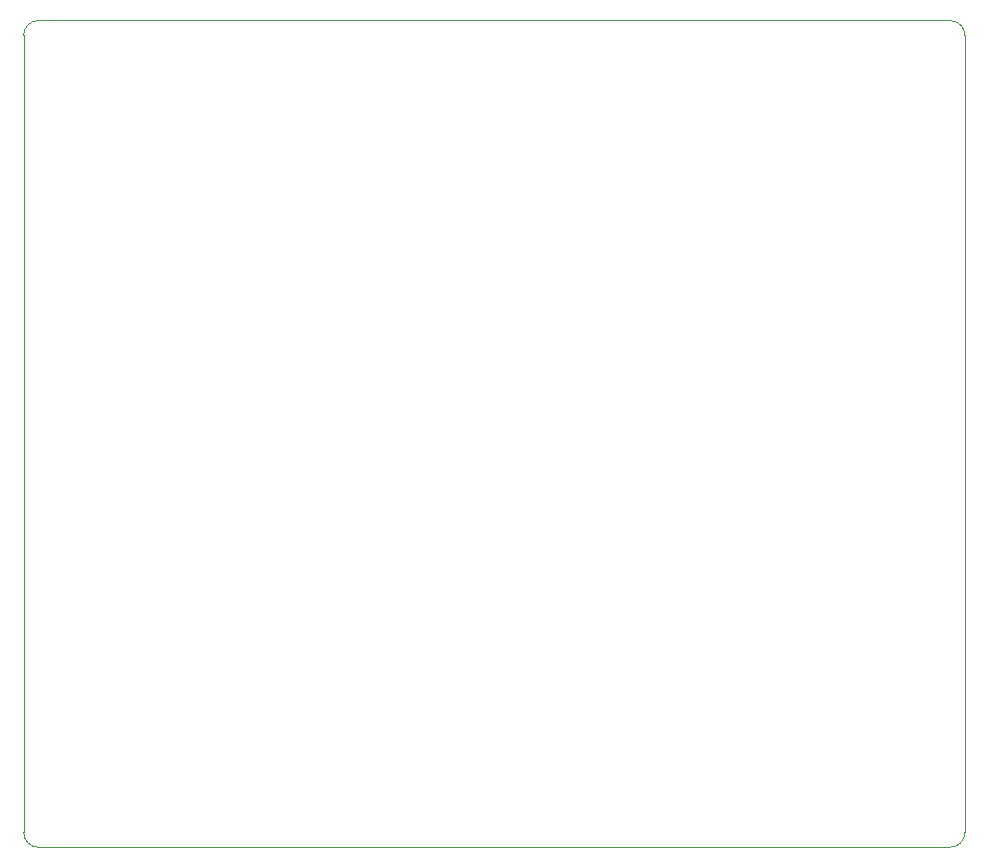
<source format=gko>
G04 Layer: BoardOutlineLayer*
G04 EasyEDA Pro v2.2.40.8, 2026-02-04 13:14:46*
G04 Gerber Generator version 0.3*
G04 Scale: 100 percent, Rotated: No, Reflected: No*
G04 Dimensions in millimeters*
G04 Leading zeros omitted, absolute positions, 4 integers and 5 decimals*
G04 Generated by one-click*
%FSLAX45Y45*%
%MOMM*%
%ADD10C,0.00508*%
%ADD11C,0.3357*%
G75*


G04 Rect Start*
G54D10*
G01X15351760Y2306320D02*
G01X15351760Y9052560D01*
G02X15478760Y9179560I127000J0D01*
G01X23195280Y9179560D01*
G02X23322280Y9052560I0J-127000D01*
G01X23322280Y2306320D01*
G02X23195280Y2179320I-127000J0D01*
G01X15478760Y2179320D01*
G02X15351760Y2306320I0J127000D01*
G04 Rect End*

M02*


</source>
